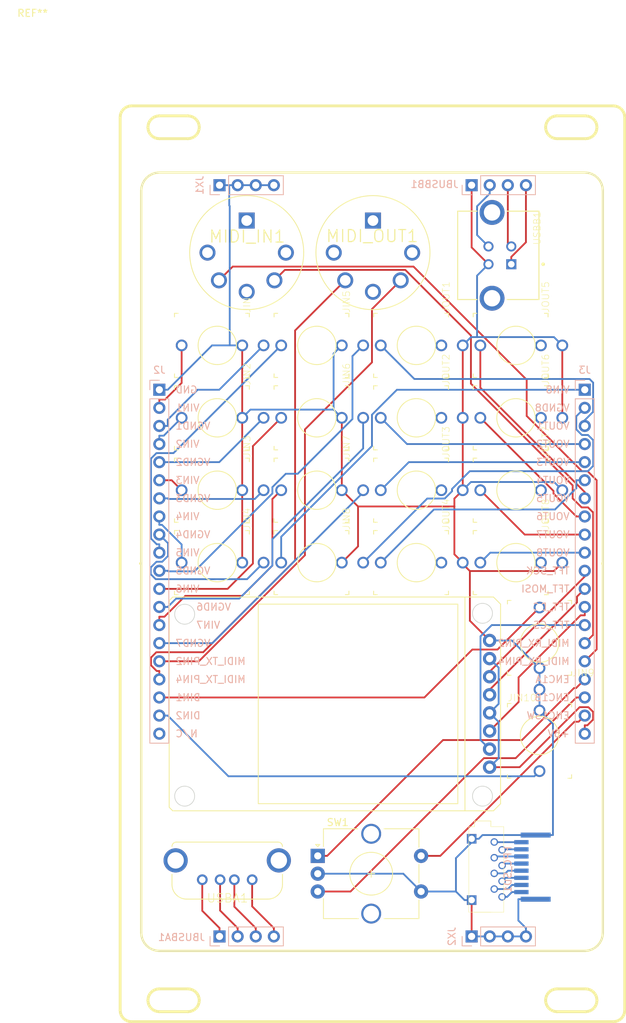
<source format=kicad_pcb>
(kicad_pcb (version 20221018) (generator pcbnew)
  (layers (0 "F.Cu" signal) (31 "B.Cu" signal) (34 "B.Paste" user) (35 "F.Paste" user) (36 "B.SilkS" user "B.Silkscreen") (37 "F.SilkS" user "F.Silkscreen") (38 "B.Mask" user) (39 "F.Mask" user) (44 "Edge.Cuts" user))
  (net 0 "")
  (net 1 "GND")
  (net 2 "Net-(FPC_SD1-Pad8)")
  (net 3 "Net-(FPC_SD1-Pad7)")
  (net 4 "Net-(FPC_SD1-Pad6)")
  (net 5 "Net-(FPC_SD1-Pad5)")
  (net 6 "Net-(FPC_SD1-Pad4)")
  (net 7 "Net-(FPC_SD1-Pad3)")
  (net 8 "Net-(FPC_SD1-Pad2)")
  (net 9 "Net-(FPC_SD1-Pad1)")
  (net 10 "+5V")
  (net 11 "/TFT_CS")
  (net 12 "/TFT_DC")
  (net 13 "/TFT_MOSI")
  (net 14 "/TFT_SCK")
  (net 15 "/MIDI_TX_PIN4")
  (net 16 "/MIDI_TX_PIN2")
  (net 17 "/VGND7")
  (net 18 "/VIN7")
  (net 19 "/VGND6")
  (net 20 "/VIN6")
  (net 21 "/VGND5")
  (net 22 "/VIN5")
  (net 23 "/VGND4")
  (net 24 "/VIN4")
  (net 25 "/VGND3")
  (net 26 "/VIN3")
  (net 27 "/VGND2")
  (net 28 "/VIN2")
  (net 29 "/VGND1")
  (net 30 "/VIN1")
  (net 31 "/MIDI_RX_PIN4")
  (net 32 "/MIDI_RX_PIN2")
  (net 33 "/VOUT8")
  (net 34 "/VOUT7")
  (net 35 "/VOUT6")
  (net 36 "/VOUT5")
  (net 37 "/VOUT4")
  (net 38 "/VOUT3")
  (net 39 "/VOUT2")
  (net 40 "/VOUT1")
  (net 41 "/VGND8")
  (net 42 "/VIN8")
  (net 43 "Net-(JBUSBA1-Pad4)")
  (net 44 "Net-(JBUSBA1-Pad3)")
  (net 45 "Net-(JBUSBA1-Pad2)")
  (net 46 "Net-(JBUSBA1-Pad1)")
  (net 47 "Net-(JBUSBB1-Pad4)")
  (net 48 "Net-(JBUSBB1-Pad3)")
  (net 49 "Net-(JBUSBB1-Pad2)")
  (net 50 "Net-(J2-Pad20)")
  (net 51 "/DIN2")
  (net 52 "/DIN1")
  (net 53 "/ENC1SW")
  (net 54 "/ENC1B")
  (net 55 "/ENC1A")
  (net 56 "Net-(JOUT1-PadTN)")
  (net 57 "Net-(JOUT2-PadTN)")
  (net 58 "Net-(JOUT3-PadTN)")
  (net 59 "Net-(JOUT4-PadTN)")
  (net 60 "Net-(JOUT5-PadTN)")
  (net 61 "Net-(JOUT6-PadTN)")
  (net 62 "Net-(JOUT7-PadTN)")
  (net 63 "Net-(JOUT8-PadTN)")
  (net 64 "Net-(MIDI_IN1-Pad5)")
  (net 65 "Net-(MIDI_IN1-Pad3)")
  (net 66 "Net-(MIDI_IN1-Pad1)")
  (net 67 "Net-(MIDI_OUT1-Pad5)")
  (net 68 "Net-(MIDI_OUT1-Pad3)")
  (net 69 "Net-(MIDI_OUT1-Pad1)")
  (net 70 "Net-(USBA1-Pad6)")
  (net 71 "Net-(USBA1-Pad5)")
  (net 72 "Net-(USBB1-Pad6)")
  (net 73 "Net-(USBB1-Pad5)")
  (footprint "Rotary_Encoder:RotaryEncoder_Alps_EC12E-Switch_Vertical_H20mm_CircularMountingHoles" (layer "F.Cu") (at 40.005 118.745)
    (fp_text reference "SW1")
    (fp_text value "Rotary_Encoder_Switch")
  )
  (footprint "footprints:ST7735" (layer "F.Cu") (at 65.659 82.423 -90)
    (fp_text reference "J1" hide)
    (fp_text value "Conn_01x08" hide)
  )
  (footprint "footprints:WQP-PJ301M-12_JACK" (layer "F.Cu") (at 25.908 47.117 90)
    (fp_text reference "JIN1")
    (fp_text value "AudioJack2_SwitchT" hide)
  )
  (footprint "footprints:WQP-PJ301M-12_JACK" (layer "F.Cu") (at 25.908 57.277 90)
    (fp_text reference "JIN2")
    (fp_text value "AudioJack2_SwitchT" hide)
  )
  (footprint "footprints:WQP-PJ301M-12_JACK" (layer "F.Cu") (at 25.908 67.437 90)
    (fp_text reference "JIN3")
    (fp_text value "AudioJack2_SwitchT" hide)
  )
  (footprint "footprints:WQP-PJ301M-12_JACK" (layer "F.Cu") (at 25.908 77.597 90)
    (fp_text reference "JIN4")
    (fp_text value "AudioJack2_SwitchT" hide)
  )
  (footprint "footprints:WQP-PJ301M-12_JACK" (layer "F.Cu") (at 39.878 47.117 90)
    (fp_text reference "JIN5")
    (fp_text value "AudioJack2_SwitchT" hide)
  )
  (footprint "footprints:WQP-PJ301M-12_JACK" (layer "F.Cu") (at 39.878 57.277 90)
    (fp_text reference "JIN6")
    (fp_text value "AudioJack2_SwitchT" hide)
  )
  (footprint "footprints:WQP-PJ301M-12_JACK" (layer "F.Cu") (at 39.878 67.437 90)
    (fp_text reference "JIN7")
    (fp_text value "AudioJack2_SwitchT" hide)
  )
  (footprint "footprints:WQP-PJ301M-12_JACK" (layer "F.Cu") (at 39.878 77.597 90)
    (fp_text reference "JIN8")
    (fp_text value "AudioJack2_SwitchT" hide)
  )
  (footprint "footprints:WQP-PJ301M-12_JACK" (layer "F.Cu") (at 53.848 47.117 90)
    (fp_text reference "JOUT1")
    (fp_text value "AudioJack2_SwitchT" hide)
  )
  (footprint "footprints:WQP-PJ301M-12_JACK" (layer "F.Cu") (at 53.848 57.277 90)
    (fp_text reference "JOUT2")
    (fp_text value "AudioJack2_SwitchT" hide)
  )
  (footprint "footprints:WQP-PJ301M-12_JACK" (layer "F.Cu") (at 53.848 67.437 90)
    (fp_text reference "JOUT3")
    (fp_text value "AudioJack2_SwitchT" hide)
  )
  (footprint "footprints:WQP-PJ301M-12_JACK" (layer "F.Cu") (at 71.12 88.9)
    (fp_text reference "JIN9")
    (fp_text value "AudioJack2_SwitchT" hide)
  )
  (footprint "footprints:WQP-PJ301M-12_JACK" (layer "F.Cu") (at 53.848 77.597 90)
    (fp_text reference "JOUT4")
    (fp_text value "AudioJack2_SwitchT" hide)
  )
  (footprint "footprints:WQP-PJ301M-12_JACK" (layer "F.Cu") (at 67.818 47.117 90)
    (fp_text reference "JOUT5")
    (fp_text value "AudioJack2_SwitchT" hide)
  )
  (footprint "footprints:WQP-PJ301M-12_JACK" (layer "F.Cu") (at 67.818 57.277 90)
    (fp_text reference "JOUT6")
    (fp_text value "AudioJack2_SwitchT" hide)
  )
  (footprint "footprints:WQP-PJ301M-12_JACK" (layer "F.Cu") (at 67.818 67.437 90)
    (fp_text reference "JOUT7")
    (fp_text value "AudioJack2_SwitchT" hide)
  )
  (footprint "footprints:WQP-PJ301M-12_JACK" (layer "F.Cu") (at 67.818 77.597 90)
    (fp_text reference "JOUT8")
    (fp_text value "AudioJack2_SwitchT" hide)
  )
  (footprint "footprints:OG-MIDI_SD-50BV" (layer "F.Cu") (at 30.0355 34.0995 180)
    (fp_text reference "MIDI_IN1")
    (fp_text value "DIN-5" hide)
  )
  (footprint "footprints:OG-MIDI_SD-50BV" (layer "F.Cu") (at 47.752 34.0995 180)
    (fp_text reference "MIDI_OUT1")
    (fp_text value "DIN-5" hide)
  )
  (footprint "footprints:YAMAICHI_MICROSD_VERTICAL" (layer "F.Cu") (at 64.77 120.65 -90)
    (fp_text reference "SDCARD1" hide)
    (fp_text value "YAMAICHI_SD_CARD" hide)
  )
  (footprint "footprints:USB-A-S-X-X-VT" (layer "F.Cu") (at 27.305 119.38 180)
    (fp_text reference "USBA1")
    (fp_text value "USB-A-S-X-X-VT")
  )
  (footprint "footprints:WURTH_ELECTRONICS_61400413321_0" (layer "F.Cu") (at 65.3415 34.4805 -90)
    (fp_text reference "USBB1")
    (fp_text value "61400413321" hide)
  )
  (footprint "footprints:WQP-PJ301M-12_JACK" (layer "F.Cu") (at 71.12 101.854 180)
    (fp_text reference "JIN10")
    (fp_text value "AudioJack2_SwitchT" hide)
  )
  (footprint "footprints:front-panel" (layer "F.Cu") (at 0 0)
    (fp_text reference "REF**")
    (fp_text value "front-panel")
  )
  (footprint "footprints:HFW8R-1STE1LF" (layer "B.Cu") (at 68.58 123.825 -90)
    (fp_text reference "FPC_SD1")
    (fp_text value "1734592-8")
  )
  (footprint "Connector_PinSocket_2.54mm:PinSocket_1x04_P2.54mm_Vertical" (layer "B.Cu") (at 26.2255 130.048 -90)
    (fp_text reference "JBUSBA1")
    (fp_text value "Conn_01x04")
  )
  (footprint "Connector_PinSocket_2.54mm:PinSocket_1x04_P2.54mm_Vertical" (layer "B.Cu") (at 61.595 24.638 -90)
    (fp_text reference "JBUSBB1")
    (fp_text value "Conn_01x04")
  )
  (footprint "Connector_PinSocket_2.54mm:PinSocket_1x20_P2.54mm_Vertical" (layer "B.Cu") (at 17.78 53.34 180)
    (fp_text reference "J2")
    (fp_text value "Conn_01x20")
  )
  (footprint "Connector_PinSocket_2.54mm:PinSocket_1x20_P2.54mm_Vertical" (layer "B.Cu") (at 77.47 53.34 180)
    (fp_text reference "J3")
    (fp_text value "Conn_01x20")
  )
  (footprint "Connector_PinSocket_2.54mm:PinSocket_1x04_P2.54mm_Vertical" (layer "B.Cu") (at 61.595 130.048 -90)
    (fp_text reference "JX2")
    (fp_text value "Conn_01x04")
  )
  (footprint "Connector_PinSocket_2.54mm:PinSocket_1x04_P2.54mm_Vertical" (layer "B.Cu") (at 26.2255 24.638 -90)
    (fp_text reference "JX1")
    (fp_text value "Conn_01x04")
  )
  (gr_line (start 17.78 22.86) (end 77.47 22.86) (stroke (width 0.1)) (layer "Edge.Cuts"))
  (gr_line (start 80.01 25.4) (end 80.01 129.54) (stroke (width 0.1)) (layer "Edge.Cuts"))
  (gr_line (start 15.24 129.54) (end 15.24 25.4) (stroke (width 0.1)) (layer "Edge.Cuts"))
  (gr_arc (start 77.47 22.86) (mid 79.266051 23.603949) (end 80.01 25.4) (stroke (width 0.1)) (layer "Edge.Cuts"))
  (gr_arc (start 15.24 25.4) (mid 15.983949 23.603949) (end 17.78 22.86) (stroke (width 0.1)) (layer "Edge.Cuts"))
  (gr_arc (start 17.78 132.08) (mid 15.983949 131.336051) (end 15.24 129.54) (stroke (width 0.1)) (layer "Edge.Cuts"))
  (gr_arc (start 80.01 129.54) (mid 79.266051 131.336051) (end 77.47 132.08) (stroke (width 0.1)) (layer "Edge.Cuts"))
  (gr_circle (center 21.333 84.836) (end 22.733 84.836) (stroke (width 0.1)) (fill none) (layer "Edge.Cuts"))
  (gr_circle (center 63.119 84.709) (end 64.519 84.709) (stroke (width 0.1)) (fill none) (layer "Edge.Cuts"))
  (gr_circle (center 21.333 110.363) (end 22.733 110.363) (stroke (width 0.1)) (fill none) (layer "Edge.Cuts"))
  (gr_circle (center 63.119 110.363) (end 64.519 110.363) (stroke (width 0.1)) (fill none) (layer "Edge.Cuts"))
  (gr_line (start 77.47 132.08) (end 17.78 132.08) (stroke (width 0.1)) (layer "Edge.Cuts"))
  (gr_text "DIN2" (at 21.804286 99.06) (layer "B.SilkS") (effects (font (size 1 1)) (justify mirror)))
  (gr_text "VGND5" (at 22.494762 78.74) (layer "B.SilkS") (effects (font (size 1 1)) (justify mirror)))
  (gr_text "VIN6" (at 21.732857 81.28) (layer "B.SilkS") (effects (font (size 1 1)) (justify mirror)))
  (gr_text "TFT_CS" (at 72.779048 86.36) (layer "B.SilkS") (effects (font (size 1 1)) (justify mirror)))
  (gr_text "VIN1" (at 21.732857 55.88) (layer "B.SilkS") (effects (font (size 1 1)) (justify mirror)))
  (gr_text "VGND8" (at 72.898095 55.88) (layer "B.SilkS") (effects (font (size 1 1)) (justify mirror)))
  (gr_text "VOUT2" (at 72.993333 60.96) (layer "B.SilkS") (effects (font (size 1 1)) (justify mirror)))
  (gr_text "VIN3" (at 21.732857 66.04) (layer "B.SilkS") (effects (font (size 1 1)) (justify mirror)))
  (gr_text "MIDI_RX_PIN4" (at 70.302857 91.44) (layer "B.SilkS") (effects (font (size 1 1)) (justify mirror)))
  (gr_text "ENC1A" (at 72.945714 93.98) (layer "B.SilkS") (effects (font (size 1 1)) (justify mirror)))
  (gr_text "VOUT6" (at 72.993333 71.12) (layer "B.SilkS") (effects (font (size 1 1)) (justify mirror)))
  (gr_text "TFT_SCK" (at 72.279048 78.74) (layer "B.SilkS") (effects (font (size 1 1)) (justify mirror)))
  (gr_text "+5V" (at 73.802857 101.6) (layer "B.SilkS") (effects (font (size 1 1)) (justify mirror)))
  (gr_text "VOUT3" (at 72.993333 63.5) (layer "B.SilkS") (effects (font (size 1 1)) (justify mirror)))
  (gr_text "VGND1" (at 22.494762 58.42) (layer "B.SilkS") (effects (font (size 1 1)) (justify mirror)))
  (gr_text "VOUT4" (at 72.993333 66.04) (layer "B.SilkS") (effects (font (size 1 1)) (justify mirror)))
  (gr_text "VIN2" (at 21.732857 60.96) (layer "B.SilkS") (effects (font (size 1 1)) (justify mirror)))
  (gr_text "MIDI_RX_PIN2" (at 70.302857 88.9) (layer "B.SilkS") (effects (font (size 1 1)) (justify mirror)))
  (gr_text "ENC1B" (at 72.874286 96.52) (layer "B.SilkS") (effects (font (size 1 1)) (justify mirror)))
  (gr_text "TFT_MOSI" (at 71.945714 81.28) (layer "B.SilkS") (effects (font (size 1 1)) (justify mirror)))
  (gr_text "VGND6" (at 25.4 83.82) (layer "B.SilkS") (effects (font (size 1 1)) (justify mirror)))
  (gr_text "MIDI_TX_PIN4" (at 24.970953 93.98) (layer "B.SilkS") (effects (font (size 1 1)) (justify mirror)))
  (gr_text "VIN8" (at 73.66 53.34) (layer "B.SilkS") (effects (font (size 1 1)) (justify mirror)))
  (gr_text "VIN7" (at 24.638095 86.36) (layer "B.SilkS") (effects (font (size 1 1)) (justify mirror)))
  (gr_text "ENC1SW" (at 72.326667 99.06) (layer "B.SilkS") (effects (font (size 1 1)) (justify mirror)))
  (gr_text "VOUT5" (at 72.993333 68.58) (layer "B.SilkS") (effects (font (size 1 1)) (justify mirror)))
  (gr_text "VIN4" (at 21.732857 71.12) (layer "B.SilkS") (effects (font (size 1 1)) (justify mirror)))
  (gr_text "VOUT8" (at 72.993333 76.2) (layer "B.SilkS") (effects (font (size 1 1)) (justify mirror)))
  (gr_text "TFT_DC" (at 72.755238 83.82) (layer "B.SilkS") (effects (font (size 1 1)) (justify mirror)))
  (gr_text "VGND4" (at 22.494762 73.66) (layer "B.SilkS") (effects (font (size 1 1)) (justify mirror)))
  (gr_text "N/C" (at 21.61381 101.6) (layer "B.SilkS") (effects (font (size 1 1)) (justify mirror)))
  (gr_text "VGND7" (at 22.494762 88.9) (layer "B.SilkS") (effects (font (size 1 1)) (justify mirror)))
  (gr_text "VGND3" (at 22.494762 68.58) (layer "B.SilkS") (effects (font (size 1 1)) (justify mirror)))
  (gr_text "VIN5" (at 21.732857 76.2) (layer "B.SilkS") (effects (font (size 1 1)) (justify mirror)))
  (gr_text "VOUT7" (at 72.993333 73.66) (layer "B.SilkS") (effects (font (size 1 1)) (justify mirror)))
  (gr_text "VGND2" (at 22.494762 63.5) (layer "B.SilkS") (effects (font (size 1 1)) (justify mirror)))
  (gr_text "VOUT1" (at 72.993333 58.42) (layer "B.SilkS") (effects (font (size 1 1)) (justify mirror)))
  (gr_text "DIN1" (at 21.804286 96.52) (layer "B.SilkS") (effects (font (size 1 1)) (justify mirror)))
  (gr_text "GND" (at 21.59 53.34) (layer "B.SilkS") (effects (font (size 1 1)) (justify mirror)))
  (gr_text "MIDI_TX_PIN2" (at 24.970953 91.44) (layer "B.SilkS") (effects (font (size 1 1)) (justify mirror)))
  (segment (start 60.348 77.597) (end 60.348 77.7771) (width 0.25) (layer "F.Cu") (net 1))
  (segment (start 45.6584 69.7174) (end 45.6584 75.3166) (width 0.25) (layer "F.Cu") (net 1))
  (segment (start 45.6584 69.7174) (end 43.378 67.437) (width 0.25) (layer "F.Cu") (net 1))
  (segment (start 61.3497 85.7537) (end 64.119 88.523) (width 0.25) (layer "F.Cu") (net 1))
  (segment (start 60.348 77.7771) (end 61.3497 78.7788) (width 0.25) (layer "F.Cu") (net 1))
  (segment (start 59.1766 76.4256) (end 60.348 77.597) (width 0.25) (layer "F.Cu") (net 1))
  (segment (start 59.1766 69.7174) (end 59.1766 76.4256) (width 0.25) (layer "F.Cu") (net 1))
  (segment (start 61.3497 78.7788) (end 61.3497 85.7537) (width 0.25) (layer "F.Cu") (net 1))
  (segment (start 61.3497 78.7788) (end 73.1362 78.7788) (width 0.25) (layer "F.Cu") (net 1))
  (segment (start 29.408 57.277) (end 29.408 67.437) (width 0.25) (layer "F.Cu") (net 1))
  (segment (start 60.348 67.437) (end 59.1766 68.6084) (width 0.25) (layer "F.Cu") (net 1))
  (segment (start 73.1362 78.7788) (end 74.318 77.597) (width 0.25) (layer "F.Cu") (net 1))
  (segment (start 61.595 33.364) (end 63.9615 35.7305) (width 0.25) (layer "F.Cu") (net 1))
  (segment (start 45.6584 75.3166) (end 43.378 77.597) (width 0.25) (layer "F.Cu") (net 1))
  (segment (start 29.408 67.437) (end 29.408 77.597) (width 0.25) (layer "F.Cu") (net 1))
  (segment (start 74.318 47.117) (end 74.318 57.277) (width 0.25) (layer "F.Cu") (net 1))
  (segment (start 59.1766 68.6084) (end 59.1766 69.7174) (width 0.25) (layer "F.Cu") (net 1))
  (segment (start 61.595 24.638) (end 61.595 33.364) (width 0.25) (layer "F.Cu") (net 1))
  (segment (start 59.1766 69.7174) (end 45.6584 69.7174) (width 0.25) (layer "F.Cu") (net 1))
  (segment (start 29.408 47.117) (end 29.408 57.277) (width 0.25) (layer "F.Cu") (net 1))
  (segment (start 43.378 57.277) (end 43.378 67.437) (width 0.25) (layer "F.Cu") (net 1))
  (segment (start 60.348 57.277) (end 60.348 47.117) (width 0.25) (layer "F.Cu") (net 1))
  (segment (start 61.6 124.95) (end 61.6 125.9503) (width 0.25) (layer "F.Cu") (net 1))
  (segment (start 61.6 125.9503) (end 61.595 125.9553) (width 0.25) (layer "F.Cu") (net 1))
  (segment (start 60.348 67.437) (end 60.348 57.277) (width 0.25) (layer "F.Cu") (net 1))
  (segment (start 61.595 125.9553) (end 61.595 130.048) (width 0.25) (layer "F.Cu") (net 1))
  (segment (start 62.1002 116.35) (end 62.6003 116.35) (width 0.25) (layer "B.Cu") (net 1))
  (segment (start 27.6527 47.117) (end 25.1783 47.117) (width 0.25) (layer "B.Cu") (net 1))
  (segment (start 70.58 115.825) (end 73.0053 115.825) (width 0.25) (layer "B.Cu") (net 1))
  (segment (start 70.58 124.825) (end 68.1547 124.825) (width 0.25) (layer "B.Cu") (net 1))
  (segment (start 29.408 57.277) (end 30.5584 56.1266) (width 0.25) (layer "B.Cu") (net 1))
  (segment (start 71.12 92.4) (end 71.12 95.4) (width 0.25) (layer "B.Cu") (net 1))
  (segment (start 63.1253 115.825) (end 62.6003 116.35) (width 0.25) (layer "B.Cu") (net 1))
  (segment (start 27.6527 47.117) (end 27.6527 27.552) (width 0.25) (layer "B.Cu") (net 1))
  (segment (start 54.505 123.745) (end 52.005 121.245) (width 0.25) (layer "B.Cu") (net 1))
  (segment (start 64.135 130.048) (end 66.675 130.048) (width 0.25) (layer "B.Cu") (net 1))
  (segment (start 71.12 95.4) (end 71.12 98.354) (width 0.25) (layer "B.Cu") (net 1))
  (segment (start 62.3591 45.9516) (end 61.5134 45.9516) (width 0.25) (layer "B.Cu") (net 1))
  (segment (start 61.4998 66.2852) (end 73.1662 66.2852) (width 0.25) (layer "B.Cu") (net 1))
  (segment (start 42.2276 56.1266) (end 42.2276 48.2674) (width 0.25) (layer "B.Cu") (net 1))
  (segment (start 28.7655 24.638) (end 27.5902 24.638) (width 0.25) (layer "B.Cu") (net 1))
  (segment (start 61.6 124.95) (end 60.5997 124.95) (width 0.25) (layer "B.Cu") (net 1))
  (segment (start 42.2276 56.1266) (end 43.378 57.277) (width 0.25) (layer "B.Cu") (net 1))
  (segment (start 74.318 47.117) (end 73.1526 45.9516) (width 0.25) (layer "B.Cu") (net 1))
  (segment (start 70.58 115.825) (end 63.1253 115.825) (width 0.25) (layer "B.Cu") (net 1))
  (segment (start 42.2276 48.2674) (end 43.378 47.117) (width 0.25) (layer "B.Cu") (net 1))
  (segment (start 61.6 116.35) (end 62.1002 116.35) (width 0.25) (layer "B.Cu") (net 1))
  (segment (start 62.1002 116.35) (end 59.3947 119.0555) (width 0.25) (layer "B.Cu") (net 1))
  (segment (start 59.3947 119.0555) (end 59.3947 123.745) (width 0.25) (layer "B.Cu") (net 1))
  (segment (start 64.119 88.523) (end 67.243 88.523) (width 0.25) (layer "B.Cu") (net 1))
  (segment (start 28.7655 24.638) (end 31.3055 24.638) (width 0.25) (layer "B.Cu") (net 1))
  (segment (start 61.595 130.048) (end 64.135 130.048) (width 0.25) (layer "B.Cu") (net 1))
  (segment (start 27.5902 27.4895) (end 27.5902 24.638) (width 0.25) (layer "B.Cu") (net 1))
  (segment (start 66.675 130.048) (end 69.215 130.048) (width 0.25) (layer "B.Cu") (net 1))
  (segment (start 31.3055 24.638) (end 33.8455 24.638) (width 0.25) (layer "B.Cu") (net 1))
  (segment (start 73.1662 66.2852) (end 74.318 67.437) (width 0.25) (layer "B.Cu") (net 1))
  (segment (start 60.5997 124.95) (end 59.3947 123.745) (width 0.25) (layer "B.Cu") (net 1))
  (segment (start 68.1547 127.8124) (end 69.215 128.8727) (width 0.25) (layer "B.Cu") (net 1))
  (segment (start 27.6527 27.552) (end 27.5902 27.4895) (width 0.25) (layer "B.Cu") (net 1))
  (segment (start 73.1526 45.9516) (end 62.3591 45.9516) (width 0.25) (layer "B.Cu") (net 1))
  (segment (start 30.5584 56.1266) (end 42.2276 56.1266) (width 0.25) (layer "B.Cu") (net 1))
  (segment (start 29.408 47.117) (end 27.6527 47.117) (width 0.25) (layer "B.Cu") (net 1))
  (segment (start 62.3591 45.9516) (end 62.3591 37.3329) (width 0.25) (layer "B.Cu") (net 1))
  (segment (start 73.0053 100.2393) (end 71.12 98.354) (width 0.25) (layer "B.Cu") (net 1))
  (segment (start 69.215 130.048) (end 69.215 128.8727) (width 0.25) (layer "B.Cu") (net 1))
  (segment (start 17.78 53.34) (end 18.9553 53.34) (width 0.25) (layer "B.Cu") (net 1))
  (segment (start 67.243 88.523) (end 71.12 92.4) (width 0.25) (layer "B.Cu") (net 1))
  (segment (start 59.3947 123.745) (end 54.505 123.745) (width 0.25) (layer "B.Cu") (net 1))
  (segment (start 26.2255 24.638) (end 27.5902 24.638) (width 0.25) (layer "B.Cu") (net 1))
  (segment (start 52.005 121.245) (end 40.005 121.245) (width 0.25) (layer "B.Cu") (net 1))
  (segment (start 62.3591 37.3329) (end 63.9615 35.7305) (width 0.25) (layer "B.Cu") (net 1))
  (segment (start 73.0053 115.825) (end 73.0053 100.2393) (width 0.25) (layer "B.Cu") (net 1))
  (segment (start 68.1547 124.825) (end 68.1547 127.8124) (width 0.25) (layer "B.Cu") (net 1))
  (segment (start 61.5134 45.9516) (end 60.348 47.117) (width 0.25) (layer "B.Cu") (net 1))
  (segment (start 25.1783 47.117) (end 18.9553 53.34) (width 0.25) (layer "B.Cu") (net 1))
  (segment (start 60.348 67.437) (end 61.4998 66.2852) (width 0.25) (layer "B.Cu") (net 1))
  (segment (start 64.795 116.825) (end 64.77 116.8) (width 0.25) (layer "B.Cu") (net 2))
  (segment (start 68.58 116.825) (end 64.795 116.825) (width 0.25) (layer "B.Cu") (net 2))
  (segment (start 65.945 117.825) (end 65.87 117.9) (width 0.25) (layer "B.Cu") (net 3))
  (segment (start 68.58 117.825) (end 65.945 117.825) (width 0.25) (layer "B.Cu") (net 3))
  (segment (start 68.58 118.825) (end 64.945 118.825) (width 0.25) (layer "B.Cu") (net 4))
  (segment (start 64.945 118.825) (end 64.77 119) (width 0.25) (layer "B.Cu") (net 4))
  (segment (start 68.58 119.825) (end 66.145 119.825) (width 0.25) (layer "B.Cu") (net 5))
  (segment (start 66.145 119.825) (end 65.87 120.1) (width 0.25) (layer "B.Cu") (net 5))
  (segment (start 66.7081 120.825) (end 66.3331 121.2) (width 0.25) (layer "B.Cu") (net 6))
  (segment (start 66.3331 121.2) (end 64.77 121.2) (width 0.25) (layer "B.Cu") (net 6))
  (segment (start 68.58 120.825) (end 66.7081 120.825) (width 0.25) (layer "B.Cu") (net 6))
  (segment (start 66.345 121.825) (end 65.87 122.3) (width 0.25) (layer "B.Cu") (net 7))
  (segment (start 68.58 121.825) (end 66.345 121.825) (width 0.25) (layer "B.Cu") (net 7))
  (segment (start 66.6797 123.4) (end 64.77 123.4) (width 0.25) (layer "B.Cu") (net 8))
  (segment (start 67.2547 122.825) (end 66.6797 123.4) (width 0.25) (layer "B.Cu") (net 8))
  (segment (start 68.58 122.825) (end 67.2547 122.825) (width 0.25) (layer "B.Cu") (net 8))
  (segment (start 67.2547 123.825) (end 66.5797 124.5) (width 0.25) (layer "B.Cu") (net 9))
  (segment (start 66.5797 124.5) (end 65.87 124.5) (width 0.25) (layer "B.Cu") (net 9))
  (segment (start 68.58 123.825) (end 67.2547 123.825) (width 0.25) (layer "B.Cu") (net 9))
  (segment (start 78.6453 98.5445) (end 78.6453 99.6168) (width 0.25) (layer "F.Cu") (net 10))
  (segment (start 77.9807 97.8799) (end 78.6453 98.5445) (width 0.25) (layer "F.Cu") (net 10))
  (segment (start 68.3268 106.303) (end 76.7499 97.8799) (width 0.25) (layer "F.Cu") (net 10))
  (segment (start 78.6453 99.6168) (end 77.8374 100.4247) (width 0.25) (layer "F.Cu") (net 10))
  (segment (start 64.119 106.303) (end 68.3268 106.303) (width 0.25) (layer "F.Cu") (net 10))
  (segment (start 77.8374 100.4247) (end 77.47 100.4247) (width 0.25) (layer "F.Cu") (net 10))
  (segment (start 76.7499 97.8799) (end 77.9807 97.8799) (width 0.25) (layer "F.Cu") (net 10))
  (segment (start 77.47 101.6) (end 77.47 100.4247) (width 0.25) (layer "F.Cu") (net 10))
  (segment (start 64.119 98.683) (end 65.3938 99.9578) (width 0.25) (layer "B.Cu") (net 10))
  (segment (start 65.3842 97.4178) (end 64.119 98.683) (width 0.25) (layer "B.Cu") (net 10))
  (segment (start 65.3938 105.0282) (end 64.119 106.303) (width 0.25) (layer "B.Cu") (net 10))
  (segment (start 65.3842 92.3282) (end 65.3842 97.4178) (width 0.25) (layer "B.Cu") (net 10))
  (segment (start 65.3938 99.9578) (end 65.3938 105.0282) (width 0.25) (layer "B.Cu") (net 10))
  (segment (start 64.119 91.063) (end 65.3842 92.3282) (width 0.25) (layer "B.Cu") (net 10))
  (segment (start 64.119 103.763) (end 62.8402 102.4842) (width 0.25) (layer "B.Cu") (net 11))
  (segment (start 64.4246 86.36) (end 77.47 86.36) (width 0.25) (layer "B.Cu") (net 11))
  (segment (start 62.8402 87.9444) (end 64.4246 86.36) (width 0.25) (layer "B.Cu") (net 11))
  (segment (start 62.8402 102.4842) (end 62.8402 87.9444) (width 0.25) (layer "B.Cu") (net 11))
  (segment (start 77.47 84.9953) (end 76.8824 84.9953) (width 0.25) (layer "F.Cu") (net 12))
  (segment (start 76.8824 84.9953) (end 68.182 93.6957) (width 0.25) (layer "F.Cu") (net 12))
  (segment (start 68.182 93.6957) (end 68.182 97.16) (width 0.25) (layer "F.Cu") (net 12))
  (segment (start 77.47 83.82) (end 77.47 84.9953) (width 0.25) (layer "F.Cu") (net 12))
  (segment (start 68.182 97.16) (end 64.119 101.223) (width 0.25) (layer "F.Cu") (net 12))
  (segment (start 76.37895 83.17895) (end 76.37895 82.37105) (width 0.25) (layer "F.Cu") (net 13))
  (segment (start 64.119 95.4389) (end 76.37895 83.17895) (width 0.25) (layer "F.Cu") (net 13))
  (segment (start 64.119 96.143) (end 64.119 95.4389) (width 0.25) (layer "F.Cu") (net 13))
  (segment (start 76.37895 82.37105) (end 77.47 81.28) (width 0.25) (layer "F.Cu") (net 13))
  (segment (start 64.119 92.8989) (end 77.47 79.5479) (width 0.25) (layer "F.Cu") (net 14))
  (segment (start 64.119 93.603) (end 64.119 92.8989) (width 0.25) (layer "F.Cu") (net 14))
  (segment (start 77.47 79.5479) (end 77.47 78.74) (width 0.25) (layer "F.Cu") (net 14))
  (segment (start 36.8271 77.2749) (end 23.932 90.17) (width 0.25) (layer "F.Cu") (net 15))
  (segment (start 23.932 90.17) (end 17.3593 90.17) (width 0.25) (layer "F.Cu") (net 15))
  (segment (start 17.78 93.98) (end 17.78 92.8047) (width 0.25) (layer "F.Cu") (net 15))
  (segment (start 17.4126 92.8047) (end 17.78 92.8047) (width 0.25) (layer "F.Cu") (net 15))
  (segment (start 17.3593 90.17) (end 16.6047 90.9246) (width 0.25) (layer "F.Cu") (net 15))
  (segment (start 43.862 37.9895) (end 36.8271 45.0244) (width 0.25) (layer "F.Cu") (net 15))
  (segment (start 16.6047 90.9246) (end 16.6047 91.9968) (width 0.25) (layer "F.Cu") (net 15))
  (segment (start 16.6047 91.9968) (end 17.4126 92.8047) (width 0.25) (layer "F.Cu") (net 15))
  (segment (start 36.8271 45.0244) (end 36.8271 77.2749) (width 0.25) (layer "F.Cu") (net 15))
  (segment (start 38.2078 58.8997) (end 47.613 49.4945) (width 0.25) (layer "F.Cu") (net 16))
  (segment (start 23.3224 91.44) (end 38.2078 76.5546) (width 0.25) (layer "F.Cu") (net 16))
  (segment (start 38.2078 76.5546) (end 38.2078 58.8997) (width 0.25) (layer "F.Cu") (net 16))
  (segment (start 17.78 91.44) (end 23.3224 91.44) (width 0.25) (layer "F.Cu") (net 16))
  (segment (start 47.613 49.4945) (end 47.613 42.0185) (width 0.25) (layer "F.Cu") (net 16))
  (segment (start 47.613 42.0185) (end 51.642 37.9895) (width 0.25) (layer "F.Cu") (net 16))
  (segment (start 46.378 67.7459) (end 25.2239 88.9) (width 0.25) (layer "B.Cu") (net 17))
  (segment (start 46.378 67.437) (end 46.378 67.7459) (width 0.25) (layer "B.Cu") (net 17))
  (segment (start 25.2239 88.9) (end 17.78 88.9) (width 0.25) (layer "B.Cu") (net 17))
  (segment (start 21.4206 82.2618) (end 18.4977 85.1847) (width 0.25) (layer "F.Cu") (net 18))
  (segment (start 33.643 68.672) (end 33.643 78.0116) (width 0.25) (layer "F.Cu") (net 18))
  (segment (start 34.878 67.437) (end 33.643 68.672) (width 0.25) (layer "F.Cu") (net 18))
  (segment (start 29.3928 82.2618) (end 21.4206 82.2618) (width 0.25) (layer "F.Cu") (net 18))
  (segment (start 33.643 78.0116) (end 29.3928 82.2618) (width 0.25) (layer "F.Cu") (net 18))
  (segment (start 18.4977 85.1847) (end 17.78 85.1847) (width 0.25) (layer "F.Cu") (net 18))
  (segment (start 17.78 86.36) (end 17.78 85.1847) (width 0.25) (layer "F.Cu") (net 18))
  (segment (start 46.378 61.5693) (end 33.643 74.3043) (width 0.25) (layer "B.Cu") (net 19))
  (segment (start 17.78 83.82) (end 18.9553 83.82) (width 0.25) (layer "B.Cu") (net 19))
  (segment (start 28.9942 82.6447) (end 20.1306 82.6447) (width 0.25) (layer "B.Cu") (net 19))
  (segment (start 33.643 77.9959) (end 28.9942 82.6447) (width 0.25) (layer "B.Cu") (net 19))
  (segment (start 20.1306 82.6447) (end 18.9553 83.82) (width 0.25) (layer "B.Cu") (net 19))
  (segment (start 46.378 57.277) (end 46.378 61.5693) (width 0.25) (layer "B.Cu") (net 19))
  (segment (start 33.643 74.3043) (end 33.643 77.9959) (width 0.25) (layer "B.Cu") (net 19))
  (segment (start 30.9081 77.7263) (end 27.3544 81.28) (width 0.25) (layer "F.Cu") (net 20))
  (segment (start 27.3544 81.28) (end 17.78 81.28) (width 0.25) (layer "F.Cu") (net 20))
  (segment (start 34.878 57.277) (end 30.9081 61.2469) (width 0.25) (layer "F.Cu") (net 20))
  (segment (start 30.9081 61.2469) (end 30.9081 77.7263) (width 0.25) (layer "F.Cu") (net 20))
  (segment (start 46.378 47.117) (end 44.8774 48.6176) (width 0.25) (layer "B.Cu") (net 21))
  (segment (start 33.643 67.0062) (end 33.643 67.892) (width 0.25) (layer "B.Cu") (net 21))
  (segment (start 17.78 78.74) (end 18.9553 78.74) (width 0.25) (layer "B.Cu") (net 21))
  (segment (start 33.643 67.892) (end 22.713 78.822) (width 0.25) (layer "B.Cu") (net 21))
  (segment (start 37.199 65.1245) (end 35.5247 65.1245) (width 0.25) (layer "B.Cu") (net 21))
  (segment (start 19.0373 78.822) (end 18.9553 78.74) (width 0.25) (layer "B.Cu") (net 21))
  (segment (start 22.713 78.822) (end 19.0373 78.822) (width 0.25) (layer "B.Cu") (net 21))
  (segment (start 44.8774 57.4461) (end 37.199 65.1245) (width 0.25) (layer "B.Cu") (net 21))
  (segment (start 44.8774 48.6176) (end 44.8774 57.4461) (width 0.25) (layer "B.Cu") (net 21))
  (segment (start 35.5247 65.1245) (end 33.643 67.0062) (width 0.25) (layer "B.Cu") (net 21))
  (segment (start 17.4126 75.0247) (end 17.78 75.0247) (width 0.25) (layer "B.Cu") (net 22))
  (segment (start 19.765 62.23) (end 17.3731 62.23) (width 0.25) (layer "B.Cu") (net 22))
  (segment (start 16.6047 74.2168) (end 17.4126 75.0247) (width 0.25) (layer "B.Cu") (net 22))
  (segment (start 17.78 76.2) (end 17.78 75.0247) (width 0.25) (layer "B.Cu") (net 22))
  (segment (start 17.3731 62.23) (end 16.6047 62.9984) (width 0.25) (layer "B.Cu") (net 22))
  (segment (start 16.6047 62.9984) (end 16.6047 74.2168) (width 0.25) (layer "B.Cu") (net 22))
  (segment (start 34.878 47.117) (end 19.765 62.23) (width 0.25) (layer "B.Cu") (net 22))
  (segment (start 16.5718 79.2224) (end 16.5718 78.2766) (width 0.25) (layer "B.Cu") (net 23))
  (segment (start 19.0011 74.8811) (end 17.78 73.66) (width 0.25) (layer "B.Cu") (net 23))
  (segment (start 19.0011 76.6556) (end 19.0011 74.8811) (width 0.25) (layer "B.Cu") (net 23))
  (segment (start 32.408 77.597) (end 30.0849 79.9201) (width 0.25) (layer "B.Cu") (net 23))
  (segment (start 30.0849 79.9201) (end 17.2695 79.9201) (width 0.25) (layer "B.Cu") (net 23))
  (segment (start 16.5718 78.2766) (end 17.3784 77.47) (width 0.25) (layer "B.Cu") (net 23))
  (segment (start 17.2695 79.9201) (end 16.5718 79.2224) (width 0.25) (layer "B.Cu") (net 23))
  (segment (start 18.1867 77.47) (end 19.0011 76.6556) (width 0.25) (layer "B.Cu") (net 23))
  (segment (start 17.3784 77.47) (end 18.1867 77.47) (width 0.25) (layer "B.Cu") (net 23))
  (segment (start 18.1473 72.2953) (end 17.78 72.2953) (width 0.25) (layer "B.Cu") (net 24))
  (segment (start 20.908 75.056) (end 18.1473 72.2953) (width 0.25) (layer "B.Cu") (net 24))
  (segment (start 20.908 77.597) (end 20.908 75.056) (width 0.25) (layer "B.Cu") (net 24))
  (segment (start 17.78 71.12) (end 17.78 72.2953) (width 0.25) (layer "B.Cu") (net 24))
  (segment (start 19.0406 68.6653) (end 18.9553 68.58) (width 0.25) (layer "B.Cu") (net 25))
  (segment (start 17.78 68.58) (end 18.9553 68.58) (width 0.25) (layer "B.Cu") (net 25))
  (segment (start 31.1797 68.6653) (end 19.0406 68.6653) (width 0.25) (layer "B.Cu") (net 25))
  (segment (start 32.408 67.437) (end 31.1797 68.6653) (width 0.25) (layer "B.Cu") (net 25))
  (segment (start 19.511 66.04) (end 17.78 66.04) (width 0.25) (layer "F.Cu") (net 26))
  (segment (start 20.908 67.437) (end 19.511 66.04) (width 0.25) (layer "F.Cu") (net 26))
  (segment (start 26.185 63.5) (end 17.78 63.5) (width 0.25) (layer "B.Cu") (net 27))
  (segment (start 32.408 57.277) (end 26.185 63.5) (width 0.25) (layer "B.Cu") (net 27))
  (segment (start 18.4003 59.7847) (end 17.78 59.7847) (width 0.25) (layer "B.Cu") (net 28))
  (segment (start 20.908 57.277) (end 18.4003 59.7847) (width 0.25) (layer "B.Cu") (net 28))
  (segment (start 17.78 60.96) (end 17.78 59.7847) (width 0.25) (layer "B.Cu") (net 28))
  (segment (start 26.1871 53.3379) (end 23.1559 53.3379) (width 0.25) (layer "B.Cu") (net 29))
  (segment (start 17.78 58.42) (end 18.9553 58.42) (width 0.25) (layer "B.Cu") (net 29))
  (segment (start 23.1559 53.3379) (end 18.9553 57.5385) (width 0.25) (layer "B.Cu") (net 29))
  (segment (start 18.9553 57.5385) (end 18.9553 58.42) (width 0.25) (layer "B.Cu") (net 29))
  (segment (start 32.408 47.117) (end 26.1871 53.3379) (width 0.25) (layer "B.Cu") (net 29))
  (segment (start 17.78 55.88) (end 17.78 54.7047) (width 0.25) (layer "F.Cu") (net 30))
  (segment (start 20.908 47.117) (end 20.908 52.3847) (width 0.25) (layer "F.Cu") (net 30))
  (segment (start 20.908 52.3847) (end 18.588 54.7047) (width 0.25) (layer "F.Cu") (net 30))
  (segment (start 18.588 54.7047) (end 17.78 54.7047) (width 0.25) (layer "F.Cu") (net 30))
  (segment (start 28.0773 36.0577) (end 53.4412 36.0577) (width 0.25) (layer "F.Cu") (net 31))
  (segment (start 79.1376 66.0378) (end 79.1376 89.7724) (width 0.25) (layer "F.Cu") (net 31))
  (segment (start 69.318 57.0104) (end 77.0776 64.77) (width 0.25) (layer "F.Cu") (net 31))
  (segment (start 26.1455 37.9895) (end 28.0773 36.0577) (width 0.25) (layer "F.Cu") (net 31))
  (segment (start 79.1376 89.7724) (end 77.47 91.44) (width 0.25) (layer "F.Cu") (net 31))
  (segment (start 69.318 51.9345) (end 69.318 57.0104) (width 0.25) (layer "F.Cu") (net 31))
  (segment (start 53.4412 36.0577) (end 69.318 51.9345) (width 0.25) (layer "F.Cu") (net 31))
  (segment (start 77.0776 64.77) (end 77.8698 64.77) (width 0.25) (layer "F.Cu") (net 31))
  (segment (start 77.8698 64.77) (end 79.1376 66.0378) (width 0.25) (layer "F.Cu") (net 31))
  (segment (start 35.394 36.521) (end 52.2904 36.521) (width 0.25) (layer "F.Cu") (net 32))
  (segment (start 77.9321 69.85) (end 78.6453 70.5632) (width 0.25) (layer "F.Cu") (net 32))
  (segment (start 61.4984 45.729) (end 61.4984 52.4885) (width 0.25) (layer "F.Cu") (net 32))
  (segment (start 78.6453 70.5632) (end 78.6453 87.7247) (width 0.25) (layer "F.Cu") (net 32))
  (segment (start 33.9255 37.9895) (end 35.394 36.521) (width 0.25) (layer "F.Cu") (net 32))
  (segment (start 61.4984 52.4885) (end 75.7712 66.7613) (width 0.25) (layer "F.Cu") (net 32))
  (segment (start 78.6453 87.7247) (end 77.47 88.9) (width 0.25) (layer "F.Cu") (net 32))
  (segment (start 75.7712 68.5899) (end 77.0313 69.85) (width 0.25) (layer "F.Cu") (net 32))
  (segment (start 75.7712 66.7613) (end 75.7712 68.5899) (width 0.25) (layer "F.Cu") (net 32))
  (segment (start 52.2904 36.521) (end 61.4984 45.729) (width 0.25) (layer "F.Cu") (net 32))
  (segment (start 77.0313 69.85) (end 77.9321 69.85) (width 0.25) (layer "F.Cu") (net 32))
  (segment (start 62.818 77.597) (end 64.215 76.2) (width 0.25) (layer "B.Cu") (net 33))
  (segment (start 64.215 76.2) (end 77.47 76.2) (width 0.25) (layer "B.Cu") (net 33))
  (segment (start 69.041 73.66) (end 77.47 73.66) (width 0.25) (layer "F.Cu") (net 34))
  (segment (start 62.818 67.437) (end 69.041 73.66) (width 0.25) (layer "F.Cu") (net 34))
  (segment (start 73.0825 67.5415) (end 73.0825 67.9078) (width 0.25) (layer "F.Cu") (net 35))
  (segment (start 62.818 57.277) (end 73.0825 67.5415) (width 0.25) (layer "F.Cu") (net 35))
  (segment (start 73.0825 67.9078) (end 76.2947 71.12) (width 0.25) (layer "F.Cu") (net 35))
  (segment (start 77.47 71.12) (end 76.2947 71.12) (width 0.25) (layer "F.Cu") (net 35))
  (segment (start 77.47 67.7023) (end 77.47 68.58) (width 0.25) (layer "F.Cu") (net 36))
  (segment (start 62.818 47.117) (end 62.818 53.0503) (width 0.25) (layer "F.Cu") (net 36))
  (segment (start 62.818 53.0503) (end 77.47 67.7023) (width 0.25) (layer "F.Cu") (net 36))
  (segment (start 73.297 70.1395) (end 76.2947 67.1418) (width 0.25) (layer "B.Cu") (net 37))
  (segment (start 76.2947 67.1418) (end 76.2947 66.04) (width 0.25) (layer "B.Cu") (net 37))
  (segment (start 77.47 66.04) (end 76.2947 66.04) (width 0.25) (layer "B.Cu") (net 37))
  (segment (start 56.3055 70.1395) (end 73.297 70.1395) (width 0.25) (layer "B.Cu") (net 37))
  (segment (start 48.848 77.597) (end 56.3055 70.1395) (width 0.25) (layer "B.Cu") (net 37))
  (segment (start 52.785 63.5) (end 76.2947 63.5) (width 0.25) (layer "B.Cu") (net 38))
  (segment (start 77.47 63.5) (end 76.2947 63.5) (width 0.25) (layer "B.Cu") (net 38))
  (segment (start 48.848 67.437) (end 52.785 63.5) (width 0.25) (layer "B.Cu") (net 38))
  (segment (start 52.531 60.96) (end 77.47 60.96) (width 0.25) (layer "B.Cu") (net 39))
  (segment (start 48.848 57.277) (end 52.531 60.96) (width 0.25) (layer "B.Cu") (net 39))
  (segment (start 78.6453 52.3372) (end 78.6453 56.4368) (width 0.25) (layer "B.Cu") (net 40))
  (segment (start 78.1387 51.8306) (end 78.6453 52.3372) (width 0.25) (layer "B.Cu") (net 40))
  (segment (start 48.848 47.117) (end 53.5616 51.8306) (width 0.25) (layer "B.Cu") (net 40))
  (segment (start 77.47 57.6121) (end 77.47 58.42) (width 0.25) (layer "B.Cu") (net 40))
  (segment (start 78.6453 56.4368) (end 77.47 57.6121) (width 0.25) (layer "B.Cu") (net 40))
  (segment (start 53.5616 51.8306) (end 78.1387 51.8306) (width 0.25) (layer "B.Cu") (net 40))
  (segment (start 78.6592 64.019) (end 78.6592 60.4171) (width 0.25) (layer "B.Cu") (net 41))
  (segment (start 55.3713 68.6037) (end 57.8227 68.6037) (width 0.25) (layer "B.Cu") (net 41))
  (segment (start 76.2838 58.9061) (end 76.2838 57.0662) (width 0.25) (layer "B.Cu") (net 41))
  (segment (start 78.6592 60.4171) (end 77.9321 59.69) (width 0.25) (layer "B.Cu") (net 41))
  (segment (start 77.0677 59.69) (end 76.2838 58.9061) (width 0.25) (layer "B.Cu") (net 41))
  (segment (start 58.848 67.2553) (end 61.3333 64.77) (width 0.25) (layer "B.Cu") (net 41))
  (segment (start 61.3333 64.77) (end 77.9082 64.77) (width 0.25) (layer "B.Cu") (net 41))
  (segment (start 46.378 77.597) (end 55.3713 68.6037) (width 0.25) (layer "B.Cu") (net 41))
  (segment (start 58.848 67.5784) (end 58.848 67.2553) (width 0.25) (layer "B.Cu") (net 41))
  (segment (start 57.8227 68.6037) (end 58.848 67.5784) (width 0.25) (layer "B.Cu") (net 41))
  (segment (start 76.2838 57.0662) (end 77.47 55.88) (width 0.25) (layer "B.Cu") (net 41))
  (segment (start 77.9321 59.69) (end 77.0677 59.69) (width 0.25) (layer "B.Cu") (net 41))
  (segment (start 77.9082 64.77) (end 78.6592 64.019) (width 0.25) (layer "B.Cu") (net 41))
  (segment (start 51.1179 53.34) (end 77.47 53.34) (width 0.25) (layer "B.Cu") (net 42))
  (segment (start 47.613 56.8449) (end 51.1179 53.34) (width 0.25) (layer "B.Cu") (net 42))
  (segment (start 47.613 61.2347) (end 47.613 56.8449) (width 0.25) (layer "B.Cu") (net 42))
  (segment (start 34.878 73.9697) (end 47.613 61.2347) (width 0.25) (layer "B.Cu") (net 42))
  (segment (start 34.878 77.597) (end 34.878 73.9697) (width 0.25) (layer "B.Cu") (net 42))
  (segment (start 33.8455 128.8727) (end 30.805 125.8322) (width 0.25) (layer "F.Cu") (net 43))
  (segment (start 30.805 125.8322) (end 30.805 122.09) (width 0.25) (layer "F.Cu") (net 43))
  (segment (start 33.8455 130.048) (end 33.8455 128.8727) (width 0.25) (layer "F.Cu") (net 43))
  (segment (start 31.3055 128.8727) (end 28.305 125.8722) (width 0.25) (layer "F.Cu") (net 44))
  (segment (start 31.3055 130.048) (end 31.3055 128.8727) (width 0.25) (layer "F.Cu") (net 44))
  (segment (start 28.305 125.8722) (end 28.305 122.09) (width 0.25) (layer "F.Cu") (net 44))
  (segment (start 28.7655 128.8727) (end 26.305 126.4122) (width 0.25) (layer "F.Cu") (net 45))
  (segment (start 28.7655 130.048) (end 28.7655 128.8727) (width 0.25) (layer "F.Cu") (net 45))
  (segment (start 26.305 126.4122) (end 26.305 122.09) (width 0.25) (layer "F.Cu") (net 45))
  (segment (start 26.2255 130.048) (end 26.2255 128.8727) (width 0.25) (layer "F.Cu") (net 46))
  (segment (start 26.2255 128.8727) (end 23.805 126.4522) (width 0.25) (layer "F.Cu") (net 46))
  (segment (start 23.805 126.4522) (end 23.805 122.09) (width 0.25) (layer "F.Cu") (net 46))
  (segment (start 69.215 32.6417) (end 67.1615 34.6952) (width 0.25) (layer "F.Cu") (net 47))
  (segment (start 67.1615 35.7305) (end 67.1615 34.6952) (width 0.25) (layer "F.Cu") (net 47))
  (segment (start 69.215 24.638) (end 69.215 32.6417) (width 0.25) (layer "F.Cu") (net 47))
  (segment (start 66.675 24.638) (end 66.675 32.744) (width 0.25) (layer "F.Cu") (net 48))
  (segment (start 66.675 32.744) (end 67.1615 33.2305) (width 0.25) (layer "F.Cu") (net 48))
  (segment (start 64.135 25.8133) (end 62.3616 27.5867) (width 0.25) (layer "B.Cu") (net 49))
  (segment (start 62.3616 31.6306) (end 63.9615 33.2305) (width 0.25) (layer "B.Cu") (net 49))
  (segment (start 64.135 24.638) (end 64.135 25.8133) (width 0.25) (layer "B.Cu") (net 49))
  (segment (start 62.3616 27.5867) (end 62.3616 31.6306) (width 0.25) (layer "B.Cu") (net 49))
  (segment (start 17.78 99.06) (end 18.9553 99.06) (width 0.25) (layer "B.Cu") (net 51))
  (segment (start 18.9553 99.06) (end 27.4736 107.5783) (width 0.25) (layer "B.Cu") (net 51))
  (segment (start 70.3957 107.5783) (end 71.12 106.854) (width 0.25) (layer "B.Cu") (net 51))
  (segment (start 27.4736 107.5783) (end 70.3957 107.5783) (width 0.25) (layer "B.Cu") (net 51))
  (segment (start 54.97 96.52) (end 61.697 89.793) (width 0.25) (layer "F.Cu") (net 52))
  (segment (start 65.227 89.793) (end 71.12 83.9) (width 0.25) (layer "F.Cu") (net 52))
  (segment (start 61.697 89.793) (end 65.227 89.793) (width 0.25) (layer "F.Cu") (net 52))
  (segment (start 17.78 96.52) (end 54.97 96.52) (width 0.25) (layer "F.Cu") (net 52))
  (segment (start 76.60845 99.92155) (end 77.47 99.06) (width 0.25) (layer "F.Cu") (net 53))
  (segment (start 57.1981 118.745) (end 54.505 118.745) (width 0.25) (layer "F.Cu") (net 53))
  (segment (start 76.02155 99.92155) (end 76.60845 99.92155) (width 0.25) (layer "F.Cu") (net 53))
  (segment (start 76.02155 99.92155) (end 57.1981 118.745) (width 0.25) (layer "F.Cu") (net 53))
  (segment (start 44.605 123.745) (end 40.005 123.745) (width 0.25) (layer "F.Cu") (net 54))
  (segment (start 67.7817 105.033) (end 63.317 105.033) (width 0.25) (layer "F.Cu") (net 54))
  (segment (start 63.317 105.033) (end 44.605 123.745) (width 0.25) (layer "F.Cu") (net 54))
  (segment (start 76.2947 96.52) (end 67.7817 105.033) (width 0.25) (layer "F.Cu") (net 54))
  (segment (start 77.47 96.52) (end 76.2947 96.52) (width 0.25) (layer "F.Cu") (net 54))
  (segment (start 75.9531 95.2031) (end 76.2469 95.2031) (width 0.25) (layer "F.Cu") (net 55))
  (segment (start 68.6632 102.493) (end 57.5823 102.493) (width 0.25) (layer "F.Cu") (net 55))
  (segment (start 75.9531 95.2031) (end 68.6632 102.493) (width 0.25) (layer "F.Cu") (net 55))
  (segment (start 76.2469 95.2031) (end 77.47 93.98) (width 0.25) (layer "F.Cu") (net 55))
  (segment (start 57.5823 102.493) (end 41.3303 118.745) (width 0.25) (layer "F.Cu") (net 55))
  (segment (start 40.005 118.745) (end 41.3303 118.745) (width 0.25) (layer "F.Cu") (net 55))
)
</source>
